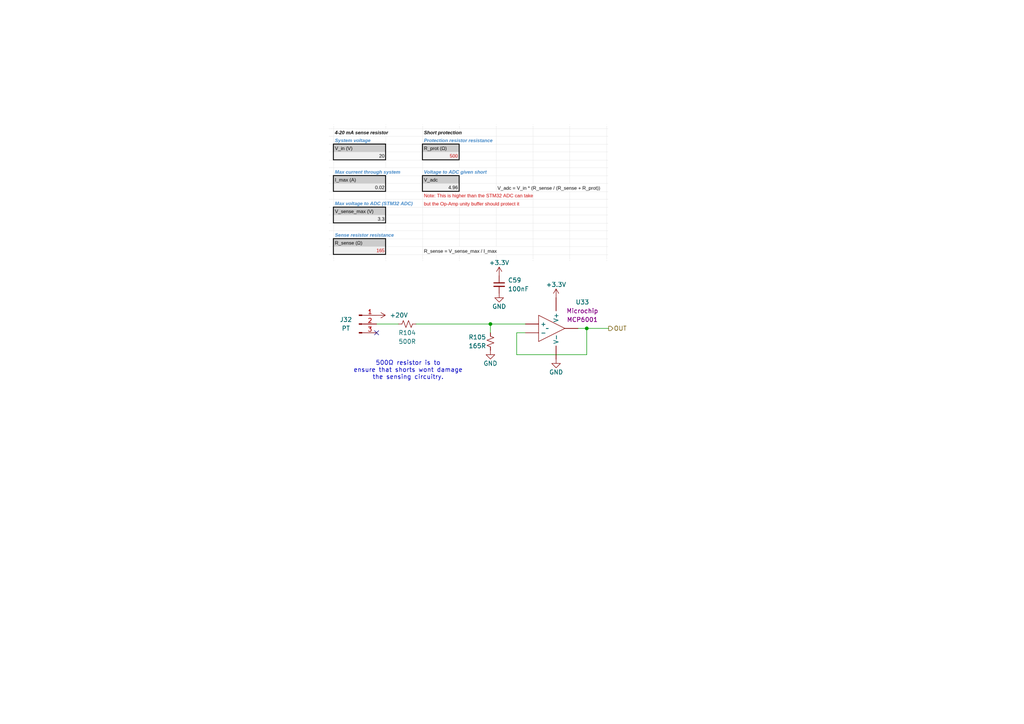
<source format=kicad_sch>
(kicad_sch (version 20250114) (generator "eeschema") (generator_version "9.0")
  (paper "A4")
  (lib_symbols
    (symbol "Connector:Conn_01x03_Pin" (pin_names (offset 1.016) (hide yes))
      (property "Reference" "J" (at 0 5.08 0))
      (property "Value" "Conn_01x03_Pin" (at 0 -5.08 0))
      (symbol "Conn_01x03_Pin_1_1"
        (rectangle (start 0.8636 2.667) (end 0 2.413) (stroke (width 0.1524)) (fill (type outline)))
        (rectangle (start 0.8636 0.127) (end 0 -0.127) (stroke (width 0.1524)) (fill (type outline)))
        (rectangle (start 0.8636 -2.413) (end 0 -2.667) (stroke (width 0.1524)) (fill (type outline)))
        (polyline (pts (xy 1.27 2.54) (xy 0.8636 2.54)) (stroke (width 0.1524)))
        (polyline (pts (xy 1.27 0) (xy 0.8636 0)) (stroke (width 0.1524)))
        (polyline (pts (xy 1.27 -2.54) (xy 0.8636 -2.54)) (stroke (width 0.1524)))
        (pin passive line (at 5.08 2.54 180) (length 3.81) (name "Pin_1") (number "1"))
        (pin passive line (at 5.08 0 180) (length 3.81) (name "Pin_2") (number "2"))
        (pin passive line (at 5.08 -2.54 180) (length 3.81) (name "Pin_3") (number "3"))
      )
    )
    (symbol "Device:C_Small" (pin_numbers (hide yes)) (pin_names (offset 0.254) (hide yes))
      (property "Reference" "C" (at 0.254 1.778 0))
      (property "Value" "C_Small" (at 0.254 -2.032 0))
      (symbol "C_Small_0_1"
        (polyline (pts (xy -1.524 0.508) (xy 1.524 0.508)) (stroke (width 0.3048)))
        (polyline (pts (xy -1.524 -0.508) (xy 1.524 -0.508)) (stroke (width 0.3302)))
      )
      (symbol "C_Small_1_1"
        (pin passive line (at 0 2.54 270) (length 2.032) (name "~") (number "1"))
        (pin passive line (at 0 -2.54 90) (length 2.032) (name "~") (number "2"))
      )
    )
    (symbol "Device:R_Small_US" (pin_numbers (hide yes)) (pin_names (offset 0.254) (hide yes))
      (property "Reference" "R" (at 0.762 0.508 0))
      (property "Value" "R_Small_US" (at 0.762 -1.016 0))
      (symbol "R_Small_US_1_1"
        (polyline (pts (xy 0 1.524) (xy 1.016 1.143) (xy 0 0.762) (xy -1.016 0.381) (xy 0 0)))
        (polyline (pts (xy 0 0) (xy 1.016 -0.381) (xy 0 -0.762) (xy -1.016 -1.143) (xy 0 -1.524)))
        (pin passive line (at 0 2.54 270) (length 1.016) (name "~") (number "1"))
        (pin passive line (at 0 -2.54 90) (length 1.016) (name "~") (number "2"))
      )
    )
    (symbol "UCIRP-KiCAD-Lib:MCP6001" (pin_numbers (hide yes))
      (property "Reference" "U" (at 0 5.08 0))
      (property "Value" "~" (at 0 0 0))
      (property "Manufacturer" "Microchip" (at 0 0 0))
      (property "Part #" "MCP6001" (at 0 0 0))
      (symbol "MCP6001_0_1"
        (polyline (pts (xy -2.54 3.81) (xy -2.54 -3.81) (xy 5.08 0) (xy -2.54 3.81)) (stroke (width 0.1524)))
      )
      (symbol "MCP6001_1_1"
        (pin input line (at -6.35 1.27 0) (length 3.81) (name "+") (number "3"))
        (pin input line (at -6.35 -1.27 0) (length 3.81) (name "-") (number "4"))
        (pin power_in line (at 2.54 8.89 270) (length 3.81) (name "V+") (number "5"))
        (pin power_in line (at 2.54 -8.89 90) (length 3.81) (name "V-") (number "2"))
        (pin output line (at 8.89 0 180) (length 3.81) (name "") (number "1"))
      )
    )
    (symbol "power:+24V" (power) (pin_names (offset 0))
      (property "Value" "+24V" (at 0 3.556 0))
      (symbol "+24V_0_1"
        (polyline (pts (xy -0.762 1.27) (xy 0 2.54)))
        (polyline (pts (xy 0 2.54) (xy 0.762 1.27)))
        (polyline (pts (xy 0 0) (xy 0 2.54)))
      )
      (symbol "+24V_1_1"
        (pin power_in line (at 0 0 90) (length 0) (hide yes) (name "+24V") (number "1"))
      )
    )
    (symbol "power:+5V" (power) (pin_names (offset 0))
      (property "Value" "+5V" (at 0 3.556 0))
      (symbol "+5V_0_1"
        (polyline (pts (xy -0.762 1.27) (xy 0 2.54)))
        (polyline (pts (xy 0 2.54) (xy 0.762 1.27)))
        (polyline (pts (xy 0 0) (xy 0 2.54)))
      )
      (symbol "+5V_1_1"
        (pin power_in line (at 0 0 90) (length 0) (hide yes) (name "+5V") (number "1"))
      )
    )
    (symbol "power:GND" (power) (pin_names (offset 0))
      (property "Value" "GND" (at 0 -3.81 0))
      (symbol "GND_0_1"
        (polyline (pts (xy 0 0) (xy 0 -1.27) (xy 1.27 -1.27) (xy 0 -2.54) (xy -1.27 -1.27) (xy 0 -1.27)))
      )
      (symbol "GND_1_1"
        (pin power_in line (at 0 0 270) (length 0) (hide yes) (name "GND") (number "1"))
      )
    )
  )
  (text "500Ω resistor is to\nensure that shorts wont damage\nthe sensing circuitry." (at 118.364 107.442 0) (effects (font (size 1.27 1.27))))
  (junction (at 142.24 93.98))
  (junction (at 170.18 95.25))
  (no_connect (at 109.22 96.52))
  (wire (pts (xy 152.4 96.52) (xy 149.86 96.52)))
  (wire (pts (xy 170.18 102.87) (xy 170.18 95.25)))
  (wire (pts (xy 109.22 93.98) (xy 115.57 93.98)))
  (wire (pts (xy 170.18 95.25) (xy 176.53 95.25)))
  (wire (pts (xy 149.86 96.52) (xy 149.86 102.87)))
  (wire (pts (xy 142.24 93.98) (xy 152.4 93.98)))
  (wire (pts (xy 120.65 93.98) (xy 142.24 93.98)))
  (wire (pts (xy 170.18 95.25) (xy 167.64 95.25)))
  (wire (pts (xy 149.86 102.87) (xy 170.18 102.87)))
  (wire (pts (xy 142.24 93.98) (xy 142.24 96.52)))
  (image (at 135.89 55.88))
  (hierarchical_label "OUT" (shape output) (at 176.53 95.25 0))
  (symbol (lib_id "Device:C_Small") (at 144.78 82.55 0) (unit 1)
    (property "Reference" "C61" (at 147.32 81.28 0) (effects (justify left)))
    (property "Value" "100nF" (at 147.32 83.82 0) (effects (justify left)))
    (property "Footprint" "Capacitor_SMD:C_0402_1005Metric" (effects (hide yes)))
    (property "Manufacturer" "Generic" (effects (hide yes)))
    (property "Part #" "Generic 100nF 6.3V X7R 0402 MLCC" (effects (hide yes)))
    (instances (project "gse2-hardware" (path "" (reference "C59") (unit 1)) (path "" (reference "C61") (unit 1)) (path "" (reference "C58") (unit 1)) (path "" (reference "C53") (unit 1))))
  )
  (symbol (lib_id "UCIRP-KiCAD-Lib:MCP6001") (at 158.75 95.25 0) (unit 1)
    (property "Reference" "U34" (at 168.91 87.63 0))
    (property "Value" "~" (at 158.75 95.25 0))
    (property "Footprint" "Package_TO_SOT_SMD:SOT-23-5" (effects (hide yes)))
    (property "Datasheet" "https://ww1.microchip.com/downloads/en/DeviceDoc/MCP6001-1R-1U-2-4-1-MHz-Low-Power-Op-Amp-DS20001733L.pdf" (effects (hide yes)))
    (property "Manufacturer" "Microchip" (at 168.91 90.17 0))
    (property "Part #" "MCP6001" (at 168.91 92.71 0))
    (instances (project "gse2-hardware" (path "" (reference "U33") (unit 1)) (path "" (reference "U34") (unit 1)) (path "" (reference "U32") (unit 1)) (path "" (reference "U31") (unit 1))))
  )
  (symbol (lib_id "Device:R_Small_US") (at 118.11 93.98 270) (unit 1)
    (property "Reference" "R106" (at 118.11 96.52 90))
    (property "Value" "500R" (at 118.11 99.06 90))
    (property "Footprint" "Resistor_SMD:R_0402_1005Metric" (effects (hide yes)))
    (property "Manufacturer" "Generic" (effects (hide yes)))
    (property "Part #" "Generic 1K 1% 0402 Resistor" (effects (hide yes)))
    (instances (project "gse2-hardware" (path "" (reference "R104") (unit 1)) (path "" (reference "R106") (unit 1)) (path "" (reference "R102") (unit 1)) (path "" (reference "R100") (unit 1))))
  )
  (symbol (lib_id "power:GND") (at 161.29 104.14 0) (unit 1)
    (property "Reference" "#PWR0287" (effects (hide yes)))
    (property "Value" "GND" (at 161.29 107.95 0))
    (instances (project "gse2-hardware" (path "" (reference "#PWR0281") (unit 1)) (path "" (reference "#PWR0287") (unit 1)) (path "" (reference "#PWR0275") (unit 1)) (path "" (reference "#PWR0269") (unit 1))))
  )
  (symbol (lib_id "power:+5V") (at 144.78 80.01 0) (unit 1)
    (property "Reference" "#PWR0284" (effects (hide yes)))
    (property "Value" "+3.3V" (at 144.78 76.2 0))
    (instances (project "gse2-hardware" (path "" (reference "#PWR0278") (unit 1)) (path "" (reference "#PWR0284") (unit 1)) (path "" (reference "#PWR0272") (unit 1)) (path "" (reference "#PWR0266") (unit 1))))
  )
  (symbol (lib_id "power:+24V") (at 109.22 91.44 270) (unit 1)
    (property "Reference" "#PWR0282" (effects (hide yes)))
    (property "Value" "+20V" (at 113.03 91.44 90) (effects (justify left)))
    (instances (project "gse2-hardware" (path "" (reference "#PWR0276") (unit 1)) (path "" (reference "#PWR0282") (unit 1)) (path "" (reference "#PWR0270") (unit 1)) (path "" (reference "#PWR0264") (unit 1))))
  )
  (symbol (lib_id "Device:R_Small_US") (at 142.24 99.06 180) (unit 1)
    (property "Reference" "R107" (at 138.43 97.79 0))
    (property "Value" "165R" (at 138.43 100.33 0))
    (property "Footprint" "Resistor_SMD:R_0402_1005Metric" (effects (hide yes)))
    (property "Manufacturer" "Generic" (effects (hide yes)))
    (property "Part #" "Generic 1K 1% 0402 Resistor" (effects (hide yes)))
    (instances (project "gse2-hardware" (path "" (reference "R105") (unit 1)) (path "" (reference "R107") (unit 1)) (path "" (reference "R103") (unit 1)) (path "" (reference "R101") (unit 1))))
  )
  (symbol (lib_id "power:+5V") (at 161.29 86.36 0) (unit 1)
    (property "Reference" "#PWR0286" (effects (hide yes)))
    (property "Value" "+3.3V" (at 161.29 82.55 0))
    (instances (project "gse2-hardware" (path "" (reference "#PWR0280") (unit 1)) (path "" (reference "#PWR0286") (unit 1)) (path "" (reference "#PWR0274") (unit 1)) (path "" (reference "#PWR0268") (unit 1))))
  )
  (symbol (lib_id "Connector:Conn_01x03_Pin") (at 104.14 93.98 0) (unit 1)
    (property "Reference" "J35" (at 100.33 92.71 0))
    (property "Value" "PT" (at 100.33 95.25 0))
    (property "Footprint" "0UCIRP-KiCAD-Lib:GX-12 3 pin" (effects (hide yes)))
    (instances (project "gse2-hardware" (path "" (reference "J32") (unit 1)) (path "" (reference "J35") (unit 1)) (path "" (reference "J31") (unit 1)) (path "" (reference "J30") (unit 1))))
  )
  (symbol (lib_id "power:GND") (at 144.78 85.09 0) (unit 1)
    (property "Reference" "#PWR0285" (effects (hide yes)))
    (property "Value" "GND" (at 144.78 88.9 0))
    (instances (project "gse2-hardware" (path "" (reference "#PWR0279") (unit 1)) (path "" (reference "#PWR0285") (unit 1)) (path "" (reference "#PWR0273") (unit 1)) (path "" (reference "#PWR0267") (unit 1))))
  )
  (symbol (lib_id "power:GND") (at 142.24 101.6 0) (unit 1)
    (property "Reference" "#PWR0283" (effects (hide yes)))
    (property "Value" "GND" (at 142.24 105.41 0))
    (instances (project "gse2-hardware" (path "" (reference "#PWR0277") (unit 1)) (path "" (reference "#PWR0283") (unit 1)) (path "" (reference "#PWR0271") (unit 1)) (path "" (reference "#PWR0265") (unit 1))))
  )
)
</source>
